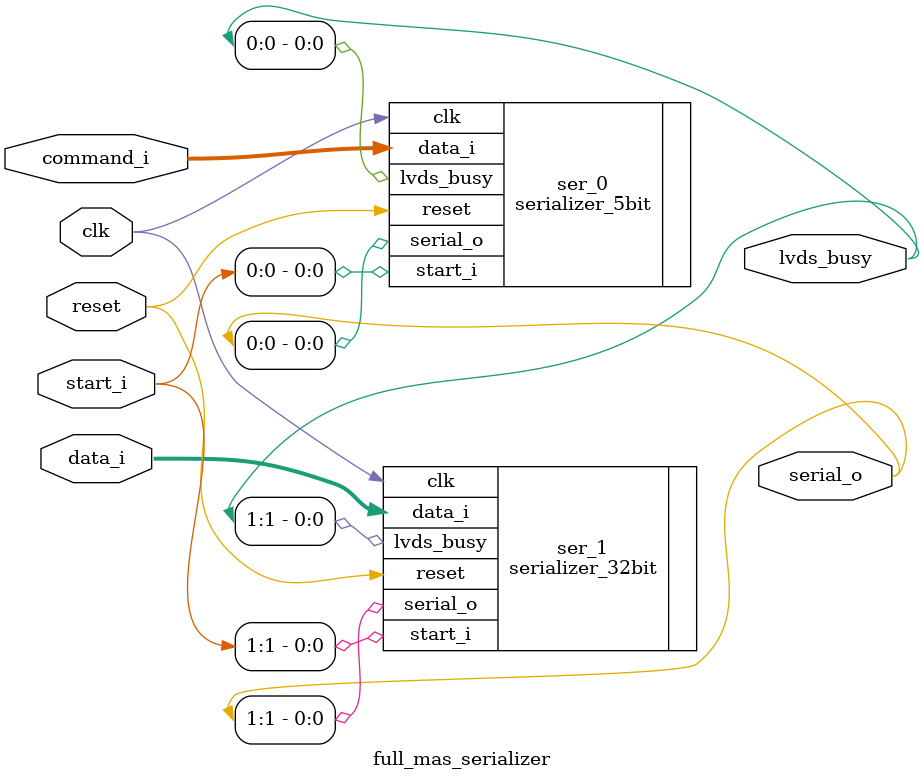
<source format=v>
`timescale 1ns / 1ps

    module full_mas_serializer(
        input clk,
        input reset,
        input [4:0] command_i,
        input [31:0] data_i,
        input [1:0] start_i,
        output [1:0] lvds_busy,
        output [1:0] serial_o
     );
          
     serializer_5bit ser_0(
         .clk(clk),
         .reset(reset),
         .data_i(command_i),
         .start_i(start_i[0]),
         .lvds_busy(lvds_busy[0]),
         .serial_o(serial_o[0])
     );
     serializer_32bit ser_1(
         .clk(clk),
         .reset(reset),
         .data_i(data_i),
         .start_i(start_i[1]),
         .lvds_busy(lvds_busy[1]),
         .serial_o(serial_o[1])
     );

    endmodule

</source>
